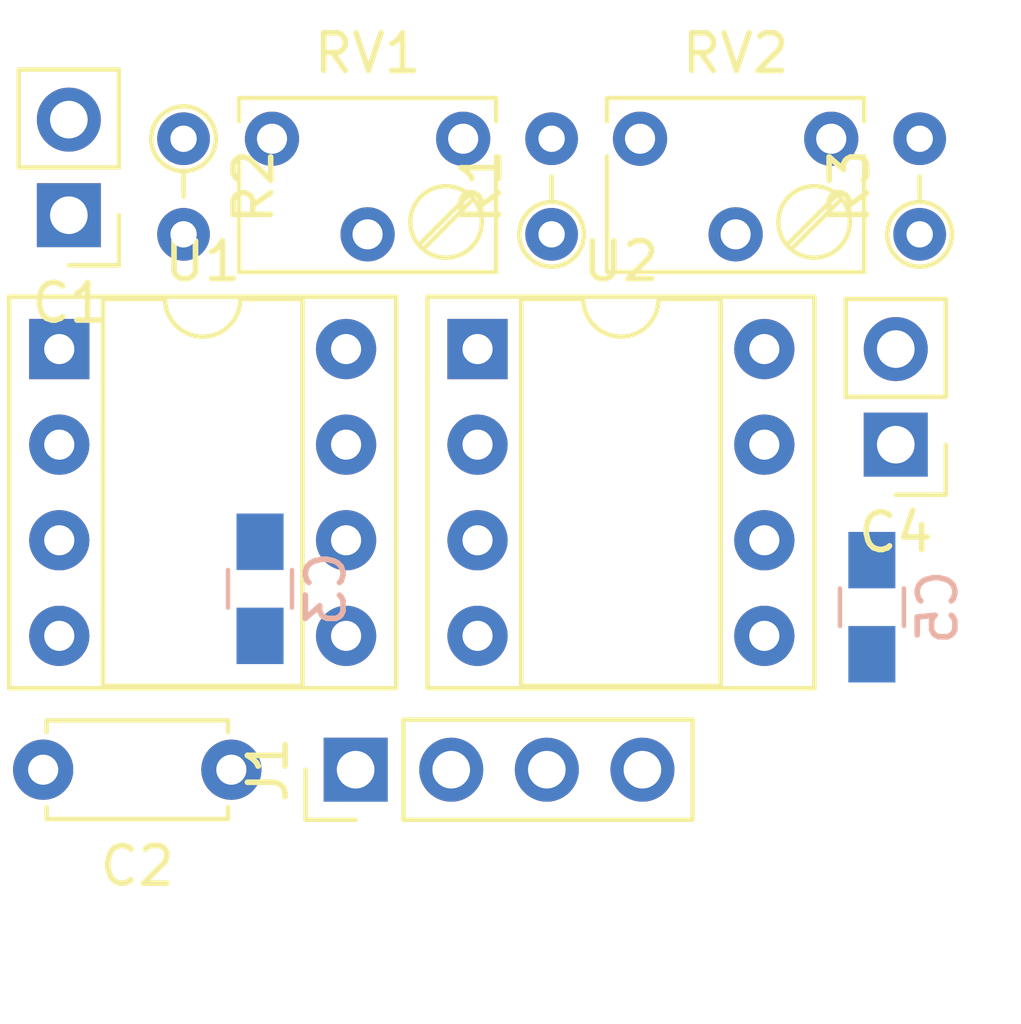
<source format=kicad_pcb>
(kicad_pcb (version 20171130) (host pcbnew "(5.1.0)-1")

  (general
    (thickness 1.6)
    (drawings 0)
    (tracks 0)
    (zones 0)
    (modules 13)
    (nets 12)
  )

  (page A4)
  (layers
    (0 F.Cu signal)
    (31 B.Cu signal)
    (32 B.Adhes user)
    (33 F.Adhes user)
    (34 B.Paste user)
    (35 F.Paste user)
    (36 B.SilkS user)
    (37 F.SilkS user)
    (38 B.Mask user)
    (39 F.Mask user)
    (40 Dwgs.User user)
    (41 Cmts.User user)
    (42 Eco1.User user)
    (43 Eco2.User user)
    (44 Edge.Cuts user)
    (45 Margin user)
    (46 B.CrtYd user)
    (47 F.CrtYd user)
    (48 B.Fab user)
    (49 F.Fab user)
  )

  (setup
    (last_trace_width 0.25)
    (trace_clearance 0.2)
    (zone_clearance 0.508)
    (zone_45_only no)
    (trace_min 0.2)
    (via_size 0.8)
    (via_drill 0.4)
    (via_min_size 0.4)
    (via_min_drill 0.3)
    (uvia_size 0.3)
    (uvia_drill 0.1)
    (uvias_allowed no)
    (uvia_min_size 0.2)
    (uvia_min_drill 0.1)
    (edge_width 0.05)
    (segment_width 0.2)
    (pcb_text_width 0.3)
    (pcb_text_size 1.5 1.5)
    (mod_edge_width 0.12)
    (mod_text_size 1 1)
    (mod_text_width 0.15)
    (pad_size 1.524 1.524)
    (pad_drill 0.762)
    (pad_to_mask_clearance 0.051)
    (solder_mask_min_width 0.25)
    (aux_axis_origin 0 0)
    (visible_elements FFFFFF7F)
    (pcbplotparams
      (layerselection 0x010fc_ffffffff)
      (usegerberextensions false)
      (usegerberattributes false)
      (usegerberadvancedattributes false)
      (creategerberjobfile false)
      (excludeedgelayer true)
      (linewidth 0.038100)
      (plotframeref false)
      (viasonmask false)
      (mode 1)
      (useauxorigin false)
      (hpglpennumber 1)
      (hpglpenspeed 20)
      (hpglpendiameter 15.000000)
      (psnegative false)
      (psa4output false)
      (plotreference true)
      (plotvalue true)
      (plotinvisibletext false)
      (padsonsilk false)
      (subtractmaskfromsilk false)
      (outputformat 1)
      (mirror false)
      (drillshape 1)
      (scaleselection 1)
      (outputdirectory ""))
  )

  (net 0 "")
  (net 1 "Net-(C1-Pad1)")
  (net 2 GND)
  (net 3 VCC)
  (net 4 "Net-(C3-Pad1)")
  (net 5 "Net-(C4-Pad1)")
  (net 6 "Net-(C5-Pad1)")
  (net 7 "Net-(R1-Pad2)")
  (net 8 "Net-(R2-Pad1)")
  (net 9 "Net-(R3-Pad2)")
  (net 10 /~PULSE)
  (net 11 /PWM)

  (net_class Default "This is the default net class."
    (clearance 0.2)
    (trace_width 0.25)
    (via_dia 0.8)
    (via_drill 0.4)
    (uvia_dia 0.3)
    (uvia_drill 0.1)
    (add_net /PWM)
    (add_net /~PULSE)
    (add_net GND)
    (add_net "Net-(C1-Pad1)")
    (add_net "Net-(C3-Pad1)")
    (add_net "Net-(C4-Pad1)")
    (add_net "Net-(C5-Pad1)")
    (add_net "Net-(R1-Pad2)")
    (add_net "Net-(R2-Pad1)")
    (add_net "Net-(R3-Pad2)")
    (add_net VCC)
  )

  (module Capacitors_SMD:C_0805_HandSoldering (layer B.Cu) (tedit 58AA84A8) (tstamp 60380F57)
    (at 90.17 73.406 90)
    (descr "Capacitor SMD 0805, hand soldering")
    (tags "capacitor 0805")
    (path /60359CD7)
    (attr smd)
    (fp_text reference C5 (at 0 1.75 90) (layer B.SilkS)
      (effects (font (size 1 1) (thickness 0.15)) (justify mirror))
    )
    (fp_text value 10nF (at 0 -1.75 90) (layer B.Fab)
      (effects (font (size 1 1) (thickness 0.15)) (justify mirror))
    )
    (fp_text user %R (at 0 1.75 90) (layer B.Fab)
      (effects (font (size 1 1) (thickness 0.15)) (justify mirror))
    )
    (fp_line (start -1 -0.62) (end -1 0.62) (layer B.Fab) (width 0.1))
    (fp_line (start 1 -0.62) (end -1 -0.62) (layer B.Fab) (width 0.1))
    (fp_line (start 1 0.62) (end 1 -0.62) (layer B.Fab) (width 0.1))
    (fp_line (start -1 0.62) (end 1 0.62) (layer B.Fab) (width 0.1))
    (fp_line (start 0.5 0.85) (end -0.5 0.85) (layer B.SilkS) (width 0.12))
    (fp_line (start -0.5 -0.85) (end 0.5 -0.85) (layer B.SilkS) (width 0.12))
    (fp_line (start -2.25 0.88) (end 2.25 0.88) (layer B.CrtYd) (width 0.05))
    (fp_line (start -2.25 0.88) (end -2.25 -0.87) (layer B.CrtYd) (width 0.05))
    (fp_line (start 2.25 -0.87) (end 2.25 0.88) (layer B.CrtYd) (width 0.05))
    (fp_line (start 2.25 -0.87) (end -2.25 -0.87) (layer B.CrtYd) (width 0.05))
    (pad 1 smd rect (at -1.25 0 90) (size 1.5 1.25) (layers B.Cu B.Paste B.Mask)
      (net 6 "Net-(C5-Pad1)"))
    (pad 2 smd rect (at 1.25 0 90) (size 1.5 1.25) (layers B.Cu B.Paste B.Mask)
      (net 2 GND))
    (model Capacitors_SMD.3dshapes/C_0805.wrl
      (at (xyz 0 0 0))
      (scale (xyz 1 1 1))
      (rotate (xyz 0 0 0))
    )
  )

  (module Capacitors_SMD:C_0805_HandSoldering (layer B.Cu) (tedit 58AA84A8) (tstamp 6037F852)
    (at 73.914 72.918 90)
    (descr "Capacitor SMD 0805, hand soldering")
    (tags "capacitor 0805")
    (path /60358D99)
    (attr smd)
    (fp_text reference C3 (at 0 1.75 90) (layer B.SilkS)
      (effects (font (size 1 1) (thickness 0.15)) (justify mirror))
    )
    (fp_text value 10nF (at 0 -1.75 90) (layer B.Fab)
      (effects (font (size 1 1) (thickness 0.15)) (justify mirror))
    )
    (fp_text user %R (at 0 1.75 90) (layer B.Fab)
      (effects (font (size 1 1) (thickness 0.15)) (justify mirror))
    )
    (fp_line (start -1 -0.62) (end -1 0.62) (layer B.Fab) (width 0.1))
    (fp_line (start 1 -0.62) (end -1 -0.62) (layer B.Fab) (width 0.1))
    (fp_line (start 1 0.62) (end 1 -0.62) (layer B.Fab) (width 0.1))
    (fp_line (start -1 0.62) (end 1 0.62) (layer B.Fab) (width 0.1))
    (fp_line (start 0.5 0.85) (end -0.5 0.85) (layer B.SilkS) (width 0.12))
    (fp_line (start -0.5 -0.85) (end 0.5 -0.85) (layer B.SilkS) (width 0.12))
    (fp_line (start -2.25 0.88) (end 2.25 0.88) (layer B.CrtYd) (width 0.05))
    (fp_line (start -2.25 0.88) (end -2.25 -0.87) (layer B.CrtYd) (width 0.05))
    (fp_line (start 2.25 -0.87) (end 2.25 0.88) (layer B.CrtYd) (width 0.05))
    (fp_line (start 2.25 -0.87) (end -2.25 -0.87) (layer B.CrtYd) (width 0.05))
    (pad 1 smd rect (at -1.25 0 90) (size 1.5 1.25) (layers B.Cu B.Paste B.Mask)
      (net 4 "Net-(C3-Pad1)"))
    (pad 2 smd rect (at 1.25 0 90) (size 1.5 1.25) (layers B.Cu B.Paste B.Mask)
      (net 2 GND))
    (model Capacitors_SMD.3dshapes/C_0805.wrl
      (at (xyz 0 0 0))
      (scale (xyz 1 1 1))
      (rotate (xyz 0 0 0))
    )
  )

  (module Housings_DIP:DIP-8_W7.62mm_Socket (layer F.Cu) (tedit 59C78D6B) (tstamp 6038109A)
    (at 79.6925 66.548)
    (descr "8-lead though-hole mounted DIP package, row spacing 7.62 mm (300 mils), Socket")
    (tags "THT DIP DIL PDIP 2.54mm 7.62mm 300mil Socket")
    (path /60357958)
    (fp_text reference U2 (at 3.81 -2.33) (layer F.SilkS)
      (effects (font (size 1 1) (thickness 0.15)))
    )
    (fp_text value TLC555 (at 3.81 9.95) (layer F.Fab)
      (effects (font (size 1 1) (thickness 0.15)))
    )
    (fp_arc (start 3.81 -1.33) (end 2.81 -1.33) (angle -180) (layer F.SilkS) (width 0.12))
    (fp_line (start 1.635 -1.27) (end 6.985 -1.27) (layer F.Fab) (width 0.1))
    (fp_line (start 6.985 -1.27) (end 6.985 8.89) (layer F.Fab) (width 0.1))
    (fp_line (start 6.985 8.89) (end 0.635 8.89) (layer F.Fab) (width 0.1))
    (fp_line (start 0.635 8.89) (end 0.635 -0.27) (layer F.Fab) (width 0.1))
    (fp_line (start 0.635 -0.27) (end 1.635 -1.27) (layer F.Fab) (width 0.1))
    (fp_line (start -1.27 -1.33) (end -1.27 8.95) (layer F.Fab) (width 0.1))
    (fp_line (start -1.27 8.95) (end 8.89 8.95) (layer F.Fab) (width 0.1))
    (fp_line (start 8.89 8.95) (end 8.89 -1.33) (layer F.Fab) (width 0.1))
    (fp_line (start 8.89 -1.33) (end -1.27 -1.33) (layer F.Fab) (width 0.1))
    (fp_line (start 2.81 -1.33) (end 1.16 -1.33) (layer F.SilkS) (width 0.12))
    (fp_line (start 1.16 -1.33) (end 1.16 8.95) (layer F.SilkS) (width 0.12))
    (fp_line (start 1.16 8.95) (end 6.46 8.95) (layer F.SilkS) (width 0.12))
    (fp_line (start 6.46 8.95) (end 6.46 -1.33) (layer F.SilkS) (width 0.12))
    (fp_line (start 6.46 -1.33) (end 4.81 -1.33) (layer F.SilkS) (width 0.12))
    (fp_line (start -1.33 -1.39) (end -1.33 9.01) (layer F.SilkS) (width 0.12))
    (fp_line (start -1.33 9.01) (end 8.95 9.01) (layer F.SilkS) (width 0.12))
    (fp_line (start 8.95 9.01) (end 8.95 -1.39) (layer F.SilkS) (width 0.12))
    (fp_line (start 8.95 -1.39) (end -1.33 -1.39) (layer F.SilkS) (width 0.12))
    (fp_line (start -1.55 -1.6) (end -1.55 9.2) (layer F.CrtYd) (width 0.05))
    (fp_line (start -1.55 9.2) (end 9.15 9.2) (layer F.CrtYd) (width 0.05))
    (fp_line (start 9.15 9.2) (end 9.15 -1.6) (layer F.CrtYd) (width 0.05))
    (fp_line (start 9.15 -1.6) (end -1.55 -1.6) (layer F.CrtYd) (width 0.05))
    (fp_text user %R (at 3.81 3.81) (layer F.Fab)
      (effects (font (size 1 1) (thickness 0.15)))
    )
    (pad 1 thru_hole rect (at 0 0) (size 1.6 1.6) (drill 0.8) (layers *.Cu *.Mask)
      (net 2 GND))
    (pad 5 thru_hole oval (at 7.62 7.62) (size 1.6 1.6) (drill 0.8) (layers *.Cu *.Mask)
      (net 6 "Net-(C5-Pad1)"))
    (pad 2 thru_hole oval (at 0 2.54) (size 1.6 1.6) (drill 0.8) (layers *.Cu *.Mask)
      (net 10 /~PULSE))
    (pad 6 thru_hole oval (at 7.62 5.08) (size 1.6 1.6) (drill 0.8) (layers *.Cu *.Mask)
      (net 5 "Net-(C4-Pad1)"))
    (pad 3 thru_hole oval (at 0 5.08) (size 1.6 1.6) (drill 0.8) (layers *.Cu *.Mask)
      (net 11 /PWM))
    (pad 7 thru_hole oval (at 7.62 2.54) (size 1.6 1.6) (drill 0.8) (layers *.Cu *.Mask)
      (net 5 "Net-(C4-Pad1)"))
    (pad 4 thru_hole oval (at 0 7.62) (size 1.6 1.6) (drill 0.8) (layers *.Cu *.Mask)
      (net 3 VCC))
    (pad 8 thru_hole oval (at 7.62 0) (size 1.6 1.6) (drill 0.8) (layers *.Cu *.Mask)
      (net 3 VCC))
    (model ${KISYS3DMOD}/Housings_DIP.3dshapes/DIP-8_W7.62mm_Socket.wrl
      (at (xyz 0 0 0))
      (scale (xyz 1 1 1))
      (rotate (xyz 0 0 0))
    )
    (model ${KISYS3DMOD}/Package_DIP.3dshapes/DIP-8_W7.62mm.wrl
      (at (xyz 0 0 0))
      (scale (xyz 1 1 1))
      (rotate (xyz 0 0 0))
    )
  )

  (module Housings_DIP:DIP-8_W7.62mm_Socket (layer F.Cu) (tedit 59C78D6B) (tstamp 6037BFA1)
    (at 68.58 66.548)
    (descr "8-lead though-hole mounted DIP package, row spacing 7.62 mm (300 mils), Socket")
    (tags "THT DIP DIL PDIP 2.54mm 7.62mm 300mil Socket")
    (path /60354D59)
    (fp_text reference U1 (at 3.81 -2.33) (layer F.SilkS)
      (effects (font (size 1 1) (thickness 0.15)))
    )
    (fp_text value TLC555 (at 3.81 9.95) (layer F.Fab)
      (effects (font (size 1 1) (thickness 0.15)))
    )
    (fp_arc (start 3.81 -1.33) (end 2.81 -1.33) (angle -180) (layer F.SilkS) (width 0.12))
    (fp_line (start 1.635 -1.27) (end 6.985 -1.27) (layer F.Fab) (width 0.1))
    (fp_line (start 6.985 -1.27) (end 6.985 8.89) (layer F.Fab) (width 0.1))
    (fp_line (start 6.985 8.89) (end 0.635 8.89) (layer F.Fab) (width 0.1))
    (fp_line (start 0.635 8.89) (end 0.635 -0.27) (layer F.Fab) (width 0.1))
    (fp_line (start 0.635 -0.27) (end 1.635 -1.27) (layer F.Fab) (width 0.1))
    (fp_line (start -1.27 -1.33) (end -1.27 8.95) (layer F.Fab) (width 0.1))
    (fp_line (start -1.27 8.95) (end 8.89 8.95) (layer F.Fab) (width 0.1))
    (fp_line (start 8.89 8.95) (end 8.89 -1.33) (layer F.Fab) (width 0.1))
    (fp_line (start 8.89 -1.33) (end -1.27 -1.33) (layer F.Fab) (width 0.1))
    (fp_line (start 2.81 -1.33) (end 1.16 -1.33) (layer F.SilkS) (width 0.12))
    (fp_line (start 1.16 -1.33) (end 1.16 8.95) (layer F.SilkS) (width 0.12))
    (fp_line (start 1.16 8.95) (end 6.46 8.95) (layer F.SilkS) (width 0.12))
    (fp_line (start 6.46 8.95) (end 6.46 -1.33) (layer F.SilkS) (width 0.12))
    (fp_line (start 6.46 -1.33) (end 4.81 -1.33) (layer F.SilkS) (width 0.12))
    (fp_line (start -1.33 -1.39) (end -1.33 9.01) (layer F.SilkS) (width 0.12))
    (fp_line (start -1.33 9.01) (end 8.95 9.01) (layer F.SilkS) (width 0.12))
    (fp_line (start 8.95 9.01) (end 8.95 -1.39) (layer F.SilkS) (width 0.12))
    (fp_line (start 8.95 -1.39) (end -1.33 -1.39) (layer F.SilkS) (width 0.12))
    (fp_line (start -1.55 -1.6) (end -1.55 9.2) (layer F.CrtYd) (width 0.05))
    (fp_line (start -1.55 9.2) (end 9.15 9.2) (layer F.CrtYd) (width 0.05))
    (fp_line (start 9.15 9.2) (end 9.15 -1.6) (layer F.CrtYd) (width 0.05))
    (fp_line (start 9.15 -1.6) (end -1.55 -1.6) (layer F.CrtYd) (width 0.05))
    (fp_text user %R (at 3.81 3.81) (layer F.Fab)
      (effects (font (size 1 1) (thickness 0.15)))
    )
    (pad 1 thru_hole rect (at 0 0) (size 1.6 1.6) (drill 0.8) (layers *.Cu *.Mask)
      (net 2 GND))
    (pad 5 thru_hole oval (at 7.62 7.62) (size 1.6 1.6) (drill 0.8) (layers *.Cu *.Mask)
      (net 4 "Net-(C3-Pad1)"))
    (pad 2 thru_hole oval (at 0 2.54) (size 1.6 1.6) (drill 0.8) (layers *.Cu *.Mask)
      (net 1 "Net-(C1-Pad1)"))
    (pad 6 thru_hole oval (at 7.62 5.08) (size 1.6 1.6) (drill 0.8) (layers *.Cu *.Mask)
      (net 1 "Net-(C1-Pad1)"))
    (pad 3 thru_hole oval (at 0 5.08) (size 1.6 1.6) (drill 0.8) (layers *.Cu *.Mask)
      (net 10 /~PULSE))
    (pad 7 thru_hole oval (at 7.62 2.54) (size 1.6 1.6) (drill 0.8) (layers *.Cu *.Mask)
      (net 8 "Net-(R2-Pad1)"))
    (pad 4 thru_hole oval (at 0 7.62) (size 1.6 1.6) (drill 0.8) (layers *.Cu *.Mask)
      (net 3 VCC))
    (pad 8 thru_hole oval (at 7.62 0) (size 1.6 1.6) (drill 0.8) (layers *.Cu *.Mask)
      (net 3 VCC))
    (model ${KISYS3DMOD}/Housings_DIP.3dshapes/DIP-8_W7.62mm_Socket.wrl
      (at (xyz 0 0 0))
      (scale (xyz 1 1 1))
      (rotate (xyz 0 0 0))
    )
    (model ${KISYS3DMOD}/Package_DIP.3dshapes/DIP-8_W7.62mm.wrl
      (at (xyz 0 0 0))
      (scale (xyz 1 1 1))
      (rotate (xyz 0 0 0))
    )
  )

  (module Potentiometers:Potentiometer_Trimmer_Bourns_3266W (layer F.Cu) (tedit 58826B0B) (tstamp 60380A85)
    (at 89.0905 60.96)
    (descr "Spindle Trimmer Potentiometer, Bourns 3266W, https://www.bourns.com/pdfs/3266.pdf")
    (tags "Spindle Trimmer Potentiometer   Bourns 3266W")
    (path /60387DB8)
    (fp_text reference RV2 (at -2.54 -2.27) (layer F.SilkS)
      (effects (font (size 1 1) (thickness 0.15)))
    )
    (fp_text value 100k (at -2.54 4.73) (layer F.Fab)
      (effects (font (size 1 1) (thickness 0.15)))
    )
    (fp_circle (center -0.455 2.21) (end 0.435 2.21) (layer F.Fab) (width 0.1))
    (fp_circle (center -0.455 2.21) (end 0.495 2.21) (layer F.SilkS) (width 0.12))
    (fp_line (start -5.895 -1.02) (end -5.895 3.48) (layer F.Fab) (width 0.1))
    (fp_line (start -5.895 3.48) (end 0.815 3.48) (layer F.Fab) (width 0.1))
    (fp_line (start 0.815 3.48) (end 0.815 -1.02) (layer F.Fab) (width 0.1))
    (fp_line (start 0.815 -1.02) (end -5.895 -1.02) (layer F.Fab) (width 0.1))
    (fp_line (start 0.22 1.644) (end -1.021 2.885) (layer F.Fab) (width 0.1))
    (fp_line (start 0.112 1.536) (end -1.13 2.777) (layer F.Fab) (width 0.1))
    (fp_line (start -5.955 -1.08) (end 0.875 -1.08) (layer F.SilkS) (width 0.12))
    (fp_line (start -5.955 3.54) (end 0.875 3.54) (layer F.SilkS) (width 0.12))
    (fp_line (start -5.955 -1.08) (end -5.955 -0.465) (layer F.SilkS) (width 0.12))
    (fp_line (start -5.955 0.465) (end -5.955 3.54) (layer F.SilkS) (width 0.12))
    (fp_line (start 0.875 -1.08) (end 0.875 -0.465) (layer F.SilkS) (width 0.12))
    (fp_line (start 0.875 0.465) (end 0.875 3.54) (layer F.SilkS) (width 0.12))
    (fp_line (start 0.266 1.606) (end -1.059 2.931) (layer F.SilkS) (width 0.12))
    (fp_line (start 0.15 1.49) (end -1.175 2.815) (layer F.SilkS) (width 0.12))
    (fp_line (start -6.15 -1.3) (end -6.15 3.75) (layer F.CrtYd) (width 0.05))
    (fp_line (start -6.15 3.75) (end 1.1 3.75) (layer F.CrtYd) (width 0.05))
    (fp_line (start 1.1 3.75) (end 1.1 -1.3) (layer F.CrtYd) (width 0.05))
    (fp_line (start 1.1 -1.3) (end -6.15 -1.3) (layer F.CrtYd) (width 0.05))
    (pad 1 thru_hole circle (at 0 0) (size 1.44 1.44) (drill 0.8) (layers *.Cu *.Mask)
      (net 9 "Net-(R3-Pad2)"))
    (pad 2 thru_hole circle (at -2.54 2.54) (size 1.44 1.44) (drill 0.8) (layers *.Cu *.Mask)
      (net 9 "Net-(R3-Pad2)"))
    (pad 3 thru_hole circle (at -5.08 0) (size 1.44 1.44) (drill 0.8) (layers *.Cu *.Mask)
      (net 5 "Net-(C4-Pad1)"))
    (model Potentiometers.3dshapes/Potentiometer_Trimmer_Bourns_3266W.wrl
      (at (xyz 0 0 0))
      (scale (xyz 0.393701 0.393701 0.393701))
      (rotate (xyz 0 0 0))
    )
    (model ${KISYS3DMOD}/Potentiometer_THT.3dshapes/Potentiometer_Bourns_3266W_Vertical.wrl
      (at (xyz 0 0 0))
      (scale (xyz 1 1 1))
      (rotate (xyz 0 0 0))
    )
  )

  (module Potentiometers:Potentiometer_Trimmer_Bourns_3266W (layer F.Cu) (tedit 58826B0B) (tstamp 6037BF98)
    (at 79.3115 60.96)
    (descr "Spindle Trimmer Potentiometer, Bourns 3266W, https://www.bourns.com/pdfs/3266.pdf")
    (tags "Spindle Trimmer Potentiometer   Bourns 3266W")
    (path /603647F9)
    (fp_text reference RV1 (at -2.54 -2.27) (layer F.SilkS)
      (effects (font (size 1 1) (thickness 0.15)))
    )
    (fp_text value 100k (at -2.54 4.73) (layer F.Fab)
      (effects (font (size 1 1) (thickness 0.15)))
    )
    (fp_circle (center -0.455 2.21) (end 0.435 2.21) (layer F.Fab) (width 0.1))
    (fp_circle (center -0.455 2.21) (end 0.495 2.21) (layer F.SilkS) (width 0.12))
    (fp_line (start -5.895 -1.02) (end -5.895 3.48) (layer F.Fab) (width 0.1))
    (fp_line (start -5.895 3.48) (end 0.815 3.48) (layer F.Fab) (width 0.1))
    (fp_line (start 0.815 3.48) (end 0.815 -1.02) (layer F.Fab) (width 0.1))
    (fp_line (start 0.815 -1.02) (end -5.895 -1.02) (layer F.Fab) (width 0.1))
    (fp_line (start 0.22 1.644) (end -1.021 2.885) (layer F.Fab) (width 0.1))
    (fp_line (start 0.112 1.536) (end -1.13 2.777) (layer F.Fab) (width 0.1))
    (fp_line (start -5.955 -1.08) (end 0.875 -1.08) (layer F.SilkS) (width 0.12))
    (fp_line (start -5.955 3.54) (end 0.875 3.54) (layer F.SilkS) (width 0.12))
    (fp_line (start -5.955 -1.08) (end -5.955 -0.465) (layer F.SilkS) (width 0.12))
    (fp_line (start -5.955 0.465) (end -5.955 3.54) (layer F.SilkS) (width 0.12))
    (fp_line (start 0.875 -1.08) (end 0.875 -0.465) (layer F.SilkS) (width 0.12))
    (fp_line (start 0.875 0.465) (end 0.875 3.54) (layer F.SilkS) (width 0.12))
    (fp_line (start 0.266 1.606) (end -1.059 2.931) (layer F.SilkS) (width 0.12))
    (fp_line (start 0.15 1.49) (end -1.175 2.815) (layer F.SilkS) (width 0.12))
    (fp_line (start -6.15 -1.3) (end -6.15 3.75) (layer F.CrtYd) (width 0.05))
    (fp_line (start -6.15 3.75) (end 1.1 3.75) (layer F.CrtYd) (width 0.05))
    (fp_line (start 1.1 3.75) (end 1.1 -1.3) (layer F.CrtYd) (width 0.05))
    (fp_line (start 1.1 -1.3) (end -6.15 -1.3) (layer F.CrtYd) (width 0.05))
    (pad 1 thru_hole circle (at 0 0) (size 1.44 1.44) (drill 0.8) (layers *.Cu *.Mask)
      (net 7 "Net-(R1-Pad2)"))
    (pad 2 thru_hole circle (at -2.54 2.54) (size 1.44 1.44) (drill 0.8) (layers *.Cu *.Mask)
      (net 7 "Net-(R1-Pad2)"))
    (pad 3 thru_hole circle (at -5.08 0) (size 1.44 1.44) (drill 0.8) (layers *.Cu *.Mask)
      (net 8 "Net-(R2-Pad1)"))
    (model Potentiometers.3dshapes/Potentiometer_Trimmer_Bourns_3266W.wrl
      (at (xyz 0 0 0))
      (scale (xyz 0.393701 0.393701 0.393701))
      (rotate (xyz 0 0 0))
    )
    (model ${KISYS3DMOD}/Potentiometer_THT.3dshapes/Potentiometer_Bourns_3266W_Vertical.wrl
      (at (xyz 0 0 0))
      (scale (xyz 1 1 1))
      (rotate (xyz 0 0 0))
    )
  )

  (module Resistors_ThroughHole:R_Axial_DIN0204_L3.6mm_D1.6mm_P2.54mm_Vertical (layer F.Cu) (tedit 5874F706) (tstamp 6037BF95)
    (at 91.44 63.5 90)
    (descr "Resistor, Axial_DIN0204 series, Axial, Vertical, pin pitch=2.54mm, 0.16666666666666666W = 1/6W, length*diameter=3.6*1.6mm^2, http://cdn-reichelt.de/documents/datenblatt/B400/1_4W%23YAG.pdf")
    (tags "Resistor Axial_DIN0204 series Axial Vertical pin pitch 2.54mm 0.16666666666666666W = 1/6W length 3.6mm diameter 1.6mm")
    (path /603A8833)
    (fp_text reference R3 (at 1.27 -1.86 90) (layer F.SilkS)
      (effects (font (size 1 1) (thickness 0.15)))
    )
    (fp_text value 1k (at 1.27 1.86 90) (layer F.Fab)
      (effects (font (size 1 1) (thickness 0.15)))
    )
    (fp_circle (center 0 0) (end 0.8 0) (layer F.Fab) (width 0.1))
    (fp_circle (center 0 0) (end 0.86 0) (layer F.SilkS) (width 0.12))
    (fp_line (start 0 0) (end 2.54 0) (layer F.Fab) (width 0.1))
    (fp_line (start 0.86 0) (end 1.54 0) (layer F.SilkS) (width 0.12))
    (fp_line (start -1.15 -1.15) (end -1.15 1.15) (layer F.CrtYd) (width 0.05))
    (fp_line (start -1.15 1.15) (end 3.55 1.15) (layer F.CrtYd) (width 0.05))
    (fp_line (start 3.55 1.15) (end 3.55 -1.15) (layer F.CrtYd) (width 0.05))
    (fp_line (start 3.55 -1.15) (end -1.15 -1.15) (layer F.CrtYd) (width 0.05))
    (pad 1 thru_hole circle (at 0 0 90) (size 1.4 1.4) (drill 0.7) (layers *.Cu *.Mask)
      (net 3 VCC))
    (pad 2 thru_hole oval (at 2.54 0 90) (size 1.4 1.4) (drill 0.7) (layers *.Cu *.Mask)
      (net 9 "Net-(R3-Pad2)"))
    (model ${KISYS3DMOD}/Resistors_THT.3dshapes/R_Axial_DIN0204_L3.6mm_D1.6mm_P2.54mm_Vertical.wrl
      (at (xyz 0 0 0))
      (scale (xyz 0.393701 0.393701 0.393701))
      (rotate (xyz 0 0 0))
    )
    (model ${KISYS3DMOD}/Resistor_THT.3dshapes/R_Axial_DIN0207_L6.3mm_D2.5mm_P2.54mm_Vertical.step
      (at (xyz 0 0 0))
      (scale (xyz 1 1 1))
      (rotate (xyz 0 0 0))
    )
  )

  (module Resistors_ThroughHole:R_Axial_DIN0204_L3.6mm_D1.6mm_P2.54mm_Vertical (layer F.Cu) (tedit 5874F706) (tstamp 6037BF92)
    (at 71.882 60.96 270)
    (descr "Resistor, Axial_DIN0204 series, Axial, Vertical, pin pitch=2.54mm, 0.16666666666666666W = 1/6W, length*diameter=3.6*1.6mm^2, http://cdn-reichelt.de/documents/datenblatt/B400/1_4W%23YAG.pdf")
    (tags "Resistor Axial_DIN0204 series Axial Vertical pin pitch 2.54mm 0.16666666666666666W = 1/6W length 3.6mm diameter 1.6mm")
    (path /6038CAA5)
    (fp_text reference R2 (at 1.27 -1.86 270) (layer F.SilkS)
      (effects (font (size 1 1) (thickness 0.15)))
    )
    (fp_text value 1k (at 1.27 1.86 270) (layer F.Fab)
      (effects (font (size 1 1) (thickness 0.15)))
    )
    (fp_circle (center 0 0) (end 0.8 0) (layer F.Fab) (width 0.1))
    (fp_circle (center 0 0) (end 0.86 0) (layer F.SilkS) (width 0.12))
    (fp_line (start 0 0) (end 2.54 0) (layer F.Fab) (width 0.1))
    (fp_line (start 0.86 0) (end 1.54 0) (layer F.SilkS) (width 0.12))
    (fp_line (start -1.15 -1.15) (end -1.15 1.15) (layer F.CrtYd) (width 0.05))
    (fp_line (start -1.15 1.15) (end 3.55 1.15) (layer F.CrtYd) (width 0.05))
    (fp_line (start 3.55 1.15) (end 3.55 -1.15) (layer F.CrtYd) (width 0.05))
    (fp_line (start 3.55 -1.15) (end -1.15 -1.15) (layer F.CrtYd) (width 0.05))
    (pad 1 thru_hole circle (at 0 0 270) (size 1.4 1.4) (drill 0.7) (layers *.Cu *.Mask)
      (net 8 "Net-(R2-Pad1)"))
    (pad 2 thru_hole oval (at 2.54 0 270) (size 1.4 1.4) (drill 0.7) (layers *.Cu *.Mask)
      (net 1 "Net-(C1-Pad1)"))
    (model ${KISYS3DMOD}/Resistors_THT.3dshapes/R_Axial_DIN0204_L3.6mm_D1.6mm_P2.54mm_Vertical.wrl
      (at (xyz 0 0 0))
      (scale (xyz 0.393701 0.393701 0.393701))
      (rotate (xyz 0 0 0))
    )
    (model ${KISYS3DMOD}/Resistor_THT.3dshapes/R_Axial_DIN0207_L6.3mm_D2.5mm_P2.54mm_Vertical.step
      (at (xyz 0 0 0))
      (scale (xyz 1 1 1))
      (rotate (xyz 0 0 0))
    )
  )

  (module Resistors_ThroughHole:R_Axial_DIN0204_L3.6mm_D1.6mm_P2.54mm_Vertical (layer F.Cu) (tedit 5874F706) (tstamp 60380964)
    (at 81.661 63.5 90)
    (descr "Resistor, Axial_DIN0204 series, Axial, Vertical, pin pitch=2.54mm, 0.16666666666666666W = 1/6W, length*diameter=3.6*1.6mm^2, http://cdn-reichelt.de/documents/datenblatt/B400/1_4W%23YAG.pdf")
    (tags "Resistor Axial_DIN0204 series Axial Vertical pin pitch 2.54mm 0.16666666666666666W = 1/6W length 3.6mm diameter 1.6mm")
    (path /6036277B)
    (fp_text reference R1 (at 1.27 -1.86 90) (layer F.SilkS)
      (effects (font (size 1 1) (thickness 0.15)))
    )
    (fp_text value 1k (at 1.27 1.86 90) (layer F.Fab)
      (effects (font (size 1 1) (thickness 0.15)))
    )
    (fp_circle (center 0 0) (end 0.8 0) (layer F.Fab) (width 0.1))
    (fp_circle (center 0 0) (end 0.86 0) (layer F.SilkS) (width 0.12))
    (fp_line (start 0 0) (end 2.54 0) (layer F.Fab) (width 0.1))
    (fp_line (start 0.86 0) (end 1.54 0) (layer F.SilkS) (width 0.12))
    (fp_line (start -1.15 -1.15) (end -1.15 1.15) (layer F.CrtYd) (width 0.05))
    (fp_line (start -1.15 1.15) (end 3.55 1.15) (layer F.CrtYd) (width 0.05))
    (fp_line (start 3.55 1.15) (end 3.55 -1.15) (layer F.CrtYd) (width 0.05))
    (fp_line (start 3.55 -1.15) (end -1.15 -1.15) (layer F.CrtYd) (width 0.05))
    (pad 1 thru_hole circle (at 0 0 90) (size 1.4 1.4) (drill 0.7) (layers *.Cu *.Mask)
      (net 3 VCC))
    (pad 2 thru_hole oval (at 2.54 0 90) (size 1.4 1.4) (drill 0.7) (layers *.Cu *.Mask)
      (net 7 "Net-(R1-Pad2)"))
    (model ${KISYS3DMOD}/Resistors_THT.3dshapes/R_Axial_DIN0204_L3.6mm_D1.6mm_P2.54mm_Vertical.wrl
      (at (xyz 0 0 0))
      (scale (xyz 0.393701 0.393701 0.393701))
      (rotate (xyz 0 0 0))
    )
    (model ${KISYS3DMOD}/Resistor_THT.3dshapes/R_Axial_DIN0207_L6.3mm_D2.5mm_P2.54mm_Vertical.step
      (at (xyz 0 0 0))
      (scale (xyz 1 1 1))
      (rotate (xyz 0 0 0))
    )
  )

  (module Pin_Headers:Pin_Header_Straight_1x04_Pitch2.54mm (layer F.Cu) (tedit 59650532) (tstamp 6037BF8C)
    (at 76.454 77.724 90)
    (descr "Through hole straight pin header, 1x04, 2.54mm pitch, single row")
    (tags "Through hole pin header THT 1x04 2.54mm single row")
    (path /6042ABD2)
    (fp_text reference J1 (at 0 -2.33 90) (layer F.SilkS)
      (effects (font (size 1 1) (thickness 0.15)))
    )
    (fp_text value Conn_01x04_Male (at 0 9.95 90) (layer F.Fab)
      (effects (font (size 1 1) (thickness 0.15)))
    )
    (fp_line (start -0.635 -1.27) (end 1.27 -1.27) (layer F.Fab) (width 0.1))
    (fp_line (start 1.27 -1.27) (end 1.27 8.89) (layer F.Fab) (width 0.1))
    (fp_line (start 1.27 8.89) (end -1.27 8.89) (layer F.Fab) (width 0.1))
    (fp_line (start -1.27 8.89) (end -1.27 -0.635) (layer F.Fab) (width 0.1))
    (fp_line (start -1.27 -0.635) (end -0.635 -1.27) (layer F.Fab) (width 0.1))
    (fp_line (start -1.33 8.95) (end 1.33 8.95) (layer F.SilkS) (width 0.12))
    (fp_line (start -1.33 1.27) (end -1.33 8.95) (layer F.SilkS) (width 0.12))
    (fp_line (start 1.33 1.27) (end 1.33 8.95) (layer F.SilkS) (width 0.12))
    (fp_line (start -1.33 1.27) (end 1.33 1.27) (layer F.SilkS) (width 0.12))
    (fp_line (start -1.33 0) (end -1.33 -1.33) (layer F.SilkS) (width 0.12))
    (fp_line (start -1.33 -1.33) (end 0 -1.33) (layer F.SilkS) (width 0.12))
    (fp_line (start -1.8 -1.8) (end -1.8 9.4) (layer F.CrtYd) (width 0.05))
    (fp_line (start -1.8 9.4) (end 1.8 9.4) (layer F.CrtYd) (width 0.05))
    (fp_line (start 1.8 9.4) (end 1.8 -1.8) (layer F.CrtYd) (width 0.05))
    (fp_line (start 1.8 -1.8) (end -1.8 -1.8) (layer F.CrtYd) (width 0.05))
    (fp_text user %R (at 0 3.81 180) (layer F.Fab)
      (effects (font (size 1 1) (thickness 0.15)))
    )
    (pad 1 thru_hole rect (at 0 0 90) (size 1.7 1.7) (drill 1) (layers *.Cu *.Mask)
      (net 3 VCC))
    (pad 2 thru_hole oval (at 0 2.54 90) (size 1.7 1.7) (drill 1) (layers *.Cu *.Mask)
      (net 2 GND))
    (pad 3 thru_hole oval (at 0 5.08 90) (size 1.7 1.7) (drill 1) (layers *.Cu *.Mask)
      (net 10 /~PULSE))
    (pad 4 thru_hole oval (at 0 7.62 90) (size 1.7 1.7) (drill 1) (layers *.Cu *.Mask)
      (net 11 /PWM))
    (model ${KISYS3DMOD}/Pin_Headers.3dshapes/Pin_Header_Straight_1x04_Pitch2.54mm.wrl
      (at (xyz 0 0 0))
      (scale (xyz 1 1 1))
      (rotate (xyz 0 0 0))
    )
    (model ${KISYS3DMOD}/Pin_Headers.3dshapes/Pin_Header_Straight_1x04.wrl
      (offset (xyz 0 -3.81 -0))
      (scale (xyz 1 1 1))
      (rotate (xyz 0 0 90))
    )
  )

  (module Socket_Strips:Socket_Strip_Straight_1x02_Pitch2.54mm (layer F.Cu) (tedit 58CD5446) (tstamp 6037BF83)
    (at 90.805 69.088 180)
    (descr "Through hole straight socket strip, 1x02, 2.54mm pitch, single row")
    (tags "Through hole socket strip THT 1x02 2.54mm single row")
    (path /60359F7D)
    (fp_text reference C4 (at 0 -2.33 180) (layer F.SilkS)
      (effects (font (size 1 1) (thickness 0.15)))
    )
    (fp_text value 1nF (at 0 4.87 180) (layer F.Fab)
      (effects (font (size 1 1) (thickness 0.15)))
    )
    (fp_line (start -1.27 -1.27) (end -1.27 3.81) (layer F.Fab) (width 0.1))
    (fp_line (start -1.27 3.81) (end 1.27 3.81) (layer F.Fab) (width 0.1))
    (fp_line (start 1.27 3.81) (end 1.27 -1.27) (layer F.Fab) (width 0.1))
    (fp_line (start 1.27 -1.27) (end -1.27 -1.27) (layer F.Fab) (width 0.1))
    (fp_line (start -1.33 1.27) (end -1.33 3.87) (layer F.SilkS) (width 0.12))
    (fp_line (start -1.33 3.87) (end 1.33 3.87) (layer F.SilkS) (width 0.12))
    (fp_line (start 1.33 3.87) (end 1.33 1.27) (layer F.SilkS) (width 0.12))
    (fp_line (start 1.33 1.27) (end -1.33 1.27) (layer F.SilkS) (width 0.12))
    (fp_line (start -1.33 0) (end -1.33 -1.33) (layer F.SilkS) (width 0.12))
    (fp_line (start -1.33 -1.33) (end 0 -1.33) (layer F.SilkS) (width 0.12))
    (fp_line (start -1.8 -1.8) (end -1.8 4.35) (layer F.CrtYd) (width 0.05))
    (fp_line (start -1.8 4.35) (end 1.8 4.35) (layer F.CrtYd) (width 0.05))
    (fp_line (start 1.8 4.35) (end 1.8 -1.8) (layer F.CrtYd) (width 0.05))
    (fp_line (start 1.8 -1.8) (end -1.8 -1.8) (layer F.CrtYd) (width 0.05))
    (fp_text user %R (at 0 -2.33 180) (layer F.Fab)
      (effects (font (size 1 1) (thickness 0.15)))
    )
    (pad 1 thru_hole rect (at 0 0 180) (size 1.7 1.7) (drill 1) (layers *.Cu *.Mask)
      (net 5 "Net-(C4-Pad1)"))
    (pad 2 thru_hole oval (at 0 2.54 180) (size 1.7 1.7) (drill 1) (layers *.Cu *.Mask)
      (net 2 GND))
    (model ${KISYS3DMOD}/Socket_Strips.3dshapes/Socket_Strip_Straight_1x02_Pitch2.54mm.wrl
      (offset (xyz 0 -1.269999980926514 0))
      (scale (xyz 1 1 1))
      (rotate (xyz 0 0 270))
    )
    (model ${KISYS3DMOD}/Socket_Strips.3dshapes/Socket_Strip_Straight_1x02.wrl
      (offset (xyz 0 -1.27 0))
      (scale (xyz 1 1 1))
      (rotate (xyz 0 0 90))
    )
  )

  (module Capacitors_ThroughHole:C_Disc_D4.7mm_W2.5mm_P5.00mm (layer F.Cu) (tedit 597BC7C2) (tstamp 6037BF7D)
    (at 73.152 77.724 180)
    (descr "C, Disc series, Radial, pin pitch=5.00mm, , diameter*width=4.7*2.5mm^2, Capacitor, http://www.vishay.com/docs/45233/krseries.pdf")
    (tags "C Disc series Radial pin pitch 5.00mm  diameter 4.7mm width 2.5mm Capacitor")
    (path /603D1127)
    (fp_text reference C2 (at 2.5 -2.56 180) (layer F.SilkS)
      (effects (font (size 1 1) (thickness 0.15)))
    )
    (fp_text value 1uF (at 2.5 2.56 180) (layer F.Fab)
      (effects (font (size 1 1) (thickness 0.15)))
    )
    (fp_line (start 0.15 -1.25) (end 0.15 1.25) (layer F.Fab) (width 0.1))
    (fp_line (start 0.15 1.25) (end 4.85 1.25) (layer F.Fab) (width 0.1))
    (fp_line (start 4.85 1.25) (end 4.85 -1.25) (layer F.Fab) (width 0.1))
    (fp_line (start 4.85 -1.25) (end 0.15 -1.25) (layer F.Fab) (width 0.1))
    (fp_line (start 0.09 -1.31) (end 4.91 -1.31) (layer F.SilkS) (width 0.12))
    (fp_line (start 0.09 1.31) (end 4.91 1.31) (layer F.SilkS) (width 0.12))
    (fp_line (start 0.09 -1.31) (end 0.09 -0.996) (layer F.SilkS) (width 0.12))
    (fp_line (start 0.09 0.996) (end 0.09 1.31) (layer F.SilkS) (width 0.12))
    (fp_line (start 4.91 -1.31) (end 4.91 -0.996) (layer F.SilkS) (width 0.12))
    (fp_line (start 4.91 0.996) (end 4.91 1.31) (layer F.SilkS) (width 0.12))
    (fp_line (start -1.05 -1.6) (end -1.05 1.6) (layer F.CrtYd) (width 0.05))
    (fp_line (start -1.05 1.6) (end 6.05 1.6) (layer F.CrtYd) (width 0.05))
    (fp_line (start 6.05 1.6) (end 6.05 -1.6) (layer F.CrtYd) (width 0.05))
    (fp_line (start 6.05 -1.6) (end -1.05 -1.6) (layer F.CrtYd) (width 0.05))
    (fp_text user %R (at 2.5 0 180) (layer F.Fab)
      (effects (font (size 1 1) (thickness 0.15)))
    )
    (pad 1 thru_hole circle (at 0 0 180) (size 1.6 1.6) (drill 0.8) (layers *.Cu *.Mask)
      (net 3 VCC))
    (pad 2 thru_hole circle (at 5 0 180) (size 1.6 1.6) (drill 0.8) (layers *.Cu *.Mask)
      (net 2 GND))
    (model ${KISYS3DMOD}/Capacitors_THT.3dshapes/C_Disc_D4.7mm_W2.5mm_P5.00mm.wrl
      (at (xyz 0 0 0))
      (scale (xyz 1 1 1))
      (rotate (xyz 0 0 0))
    )
    (model ${KISYS3DMOD}/Capacitor_THT.3dshapes/C_Disc_D4.7mm_W2.5mm_P5.00mm.step
      (at (xyz 0 0 0))
      (scale (xyz 1 1 1))
      (rotate (xyz 0 0 0))
    )
  )

  (module Socket_Strips:Socket_Strip_Straight_1x02_Pitch2.54mm (layer F.Cu) (tedit 58CD5446) (tstamp 6037BF7A)
    (at 68.834 62.992 180)
    (descr "Through hole straight socket strip, 1x02, 2.54mm pitch, single row")
    (tags "Through hole socket strip THT 1x02 2.54mm single row")
    (path /60359691)
    (fp_text reference C1 (at 0 -2.33 180) (layer F.SilkS)
      (effects (font (size 1 1) (thickness 0.15)))
    )
    (fp_text value 1nF (at 0 4.87 180) (layer F.Fab)
      (effects (font (size 1 1) (thickness 0.15)))
    )
    (fp_line (start -1.27 -1.27) (end -1.27 3.81) (layer F.Fab) (width 0.1))
    (fp_line (start -1.27 3.81) (end 1.27 3.81) (layer F.Fab) (width 0.1))
    (fp_line (start 1.27 3.81) (end 1.27 -1.27) (layer F.Fab) (width 0.1))
    (fp_line (start 1.27 -1.27) (end -1.27 -1.27) (layer F.Fab) (width 0.1))
    (fp_line (start -1.33 1.27) (end -1.33 3.87) (layer F.SilkS) (width 0.12))
    (fp_line (start -1.33 3.87) (end 1.33 3.87) (layer F.SilkS) (width 0.12))
    (fp_line (start 1.33 3.87) (end 1.33 1.27) (layer F.SilkS) (width 0.12))
    (fp_line (start 1.33 1.27) (end -1.33 1.27) (layer F.SilkS) (width 0.12))
    (fp_line (start -1.33 0) (end -1.33 -1.33) (layer F.SilkS) (width 0.12))
    (fp_line (start -1.33 -1.33) (end 0 -1.33) (layer F.SilkS) (width 0.12))
    (fp_line (start -1.8 -1.8) (end -1.8 4.35) (layer F.CrtYd) (width 0.05))
    (fp_line (start -1.8 4.35) (end 1.8 4.35) (layer F.CrtYd) (width 0.05))
    (fp_line (start 1.8 4.35) (end 1.8 -1.8) (layer F.CrtYd) (width 0.05))
    (fp_line (start 1.8 -1.8) (end -1.8 -1.8) (layer F.CrtYd) (width 0.05))
    (fp_text user %R (at 0 -2.33 180) (layer F.Fab)
      (effects (font (size 1 1) (thickness 0.15)))
    )
    (pad 1 thru_hole rect (at 0 0 180) (size 1.7 1.7) (drill 1) (layers *.Cu *.Mask)
      (net 1 "Net-(C1-Pad1)"))
    (pad 2 thru_hole oval (at 0 2.54 180) (size 1.7 1.7) (drill 1) (layers *.Cu *.Mask)
      (net 2 GND))
    (model ${KISYS3DMOD}/Socket_Strips.3dshapes/Socket_Strip_Straight_1x02_Pitch2.54mm.wrl
      (offset (xyz 0 -1.27 0))
      (scale (xyz 1 1 1))
      (rotate (xyz 0 0 90))
    )
    (model ${KISYS3DMOD}/Socket_Strips.3dshapes/Socket_Strip_Straight_1x02.wrl
      (offset (xyz 0 -1.27 0))
      (scale (xyz 1 1 1))
      (rotate (xyz 0 0 90))
    )
  )

)

</source>
